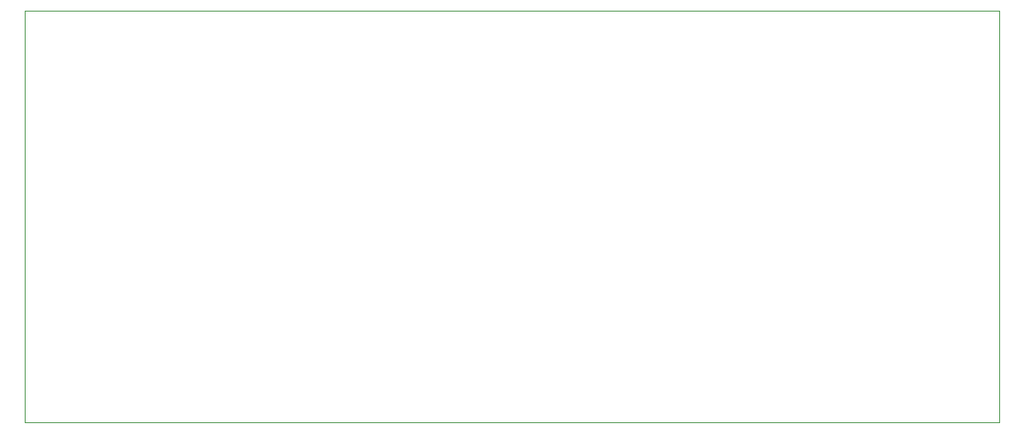
<source format=gbr>
%TF.GenerationSoftware,KiCad,Pcbnew,(6.0.5-0)*%
%TF.CreationDate,2022-06-25T01:23:26+01:00*%
%TF.ProjectId,revised_minh_design,72657669-7365-4645-9f6d-696e685f6465,rev?*%
%TF.SameCoordinates,Original*%
%TF.FileFunction,Profile,NP*%
%FSLAX46Y46*%
G04 Gerber Fmt 4.6, Leading zero omitted, Abs format (unit mm)*
G04 Created by KiCad (PCBNEW (6.0.5-0)) date 2022-06-25 01:23:26*
%MOMM*%
%LPD*%
G01*
G04 APERTURE LIST*
%TA.AperFunction,Profile*%
%ADD10C,0.100000*%
%TD*%
G04 APERTURE END LIST*
D10*
X87050000Y-65614000D02*
X187050000Y-65614000D01*
X187050000Y-65614000D02*
X187050000Y-23364000D01*
X187050000Y-23364000D02*
X87050000Y-23364000D01*
X87050000Y-23364000D02*
X87050000Y-65614000D01*
M02*

</source>
